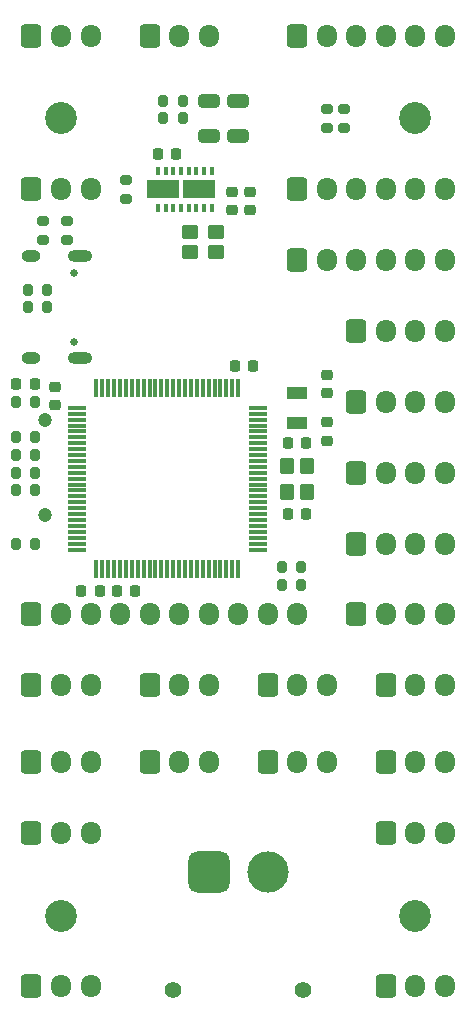
<source format=gbs>
%TF.GenerationSoftware,KiCad,Pcbnew,9.0.6*%
%TF.CreationDate,2026-01-30T19:54:56-05:00*%
%TF.ProjectId,flight controller,666c6967-6874-4206-936f-6e74726f6c6c,rev?*%
%TF.SameCoordinates,Original*%
%TF.FileFunction,Soldermask,Bot*%
%TF.FilePolarity,Negative*%
%FSLAX46Y46*%
G04 Gerber Fmt 4.6, Leading zero omitted, Abs format (unit mm)*
G04 Created by KiCad (PCBNEW 9.0.6) date 2026-01-30 19:54:56*
%MOMM*%
%LPD*%
G01*
G04 APERTURE LIST*
G04 Aperture macros list*
%AMRoundRect*
0 Rectangle with rounded corners*
0 $1 Rounding radius*
0 $2 $3 $4 $5 $6 $7 $8 $9 X,Y pos of 4 corners*
0 Add a 4 corners polygon primitive as box body*
4,1,4,$2,$3,$4,$5,$6,$7,$8,$9,$2,$3,0*
0 Add four circle primitives for the rounded corners*
1,1,$1+$1,$2,$3*
1,1,$1+$1,$4,$5*
1,1,$1+$1,$6,$7*
1,1,$1+$1,$8,$9*
0 Add four rect primitives between the rounded corners*
20,1,$1+$1,$2,$3,$4,$5,0*
20,1,$1+$1,$4,$5,$6,$7,0*
20,1,$1+$1,$6,$7,$8,$9,0*
20,1,$1+$1,$8,$9,$2,$3,0*%
G04 Aperture macros list end*
%ADD10C,2.700000*%
%ADD11RoundRect,0.250000X-0.600000X-0.725000X0.600000X-0.725000X0.600000X0.725000X-0.600000X0.725000X0*%
%ADD12O,1.700000X1.950000*%
%ADD13C,1.400000*%
%ADD14RoundRect,0.770000X0.980000X0.980000X-0.980000X0.980000X-0.980000X-0.980000X0.980000X-0.980000X0*%
%ADD15C,3.500000*%
%ADD16C,0.650000*%
%ADD17O,2.100000X1.000000*%
%ADD18O,1.600000X1.000000*%
%ADD19C,1.200000*%
%ADD20RoundRect,0.250000X0.650000X-0.325000X0.650000X0.325000X-0.650000X0.325000X-0.650000X-0.325000X0*%
%ADD21RoundRect,0.200000X0.200000X0.275000X-0.200000X0.275000X-0.200000X-0.275000X0.200000X-0.275000X0*%
%ADD22RoundRect,0.200000X-0.275000X0.200000X-0.275000X-0.200000X0.275000X-0.200000X0.275000X0.200000X0*%
%ADD23R,1.800000X1.000000*%
%ADD24RoundRect,0.225000X-0.225000X-0.250000X0.225000X-0.250000X0.225000X0.250000X-0.225000X0.250000X0*%
%ADD25RoundRect,0.225000X0.250000X-0.225000X0.250000X0.225000X-0.250000X0.225000X-0.250000X-0.225000X0*%
%ADD26RoundRect,0.225000X0.225000X0.250000X-0.225000X0.250000X-0.225000X-0.250000X0.225000X-0.250000X0*%
%ADD27RoundRect,0.200000X0.275000X-0.200000X0.275000X0.200000X-0.275000X0.200000X-0.275000X-0.200000X0*%
%ADD28R,0.360000X0.800000*%
%ADD29R,2.800000X1.500000*%
%ADD30RoundRect,0.225000X-0.250000X0.225000X-0.250000X-0.225000X0.250000X-0.225000X0.250000X0.225000X0*%
%ADD31RoundRect,0.250000X-0.450000X-0.350000X0.450000X-0.350000X0.450000X0.350000X-0.450000X0.350000X0*%
%ADD32RoundRect,0.250000X0.350000X-0.450000X0.350000X0.450000X-0.350000X0.450000X-0.350000X-0.450000X0*%
%ADD33RoundRect,0.075000X0.725000X0.075000X-0.725000X0.075000X-0.725000X-0.075000X0.725000X-0.075000X0*%
%ADD34RoundRect,0.075000X0.075000X0.725000X-0.075000X0.725000X-0.075000X-0.725000X0.075000X-0.725000X0*%
G04 APERTURE END LIST*
D10*
%TO.C,REF\u002A\u002A*%
X142500000Y-60000000D03*
%TD*%
D11*
%TO.C,J4*%
X160000000Y-108000000D03*
D12*
X162500000Y-108000000D03*
X165000000Y-108000000D03*
%TD*%
D10*
%TO.C,REF\u002A\u002A*%
X142500000Y-127500000D03*
%TD*%
D11*
%TO.C,J10*%
X170000000Y-114500000D03*
D12*
X172500000Y-114500000D03*
X175000000Y-114500000D03*
%TD*%
D11*
%TO.C,J22*%
X167500000Y-96000000D03*
D12*
X170000000Y-96000000D03*
X172500000Y-96000000D03*
X175000000Y-96000000D03*
%TD*%
D11*
%TO.C,J26*%
X167500000Y-90000000D03*
D12*
X170000000Y-90000000D03*
X172500000Y-90000000D03*
X175000000Y-90000000D03*
%TD*%
D13*
%TO.C,J1*%
X163000000Y-133825000D03*
X152000000Y-133825000D03*
D14*
X155000000Y-123825000D03*
D15*
X160000000Y-123825000D03*
%TD*%
D11*
%TO.C,J16*%
X140000000Y-53000000D03*
D12*
X142500000Y-53000000D03*
X145000000Y-53000000D03*
%TD*%
D11*
%TO.C,J11*%
X140000000Y-120500000D03*
D12*
X142500000Y-120500000D03*
X145000000Y-120500000D03*
%TD*%
D11*
%TO.C,J13*%
X140000000Y-133475000D03*
D12*
X142500000Y-133475000D03*
X145000000Y-133475000D03*
%TD*%
D11*
%TO.C,J21*%
X162500000Y-65975000D03*
D12*
X165000000Y-65975000D03*
X167500000Y-65975000D03*
X170000000Y-65975000D03*
X172500000Y-65975000D03*
X175000000Y-65975000D03*
%TD*%
D11*
%TO.C,J18*%
X140000000Y-66000000D03*
D12*
X142500000Y-66000000D03*
X145000000Y-66000000D03*
%TD*%
D11*
%TO.C,J12*%
X170000000Y-120500000D03*
D12*
X172500000Y-120500000D03*
X175000000Y-120500000D03*
%TD*%
D11*
%TO.C,J25*%
X162500000Y-53000000D03*
D12*
X165000000Y-53000000D03*
X167500000Y-53000000D03*
X170000000Y-53000000D03*
X172500000Y-53000000D03*
X175000000Y-53000000D03*
%TD*%
D16*
%TO.C,J19*%
X143605000Y-73110000D03*
X143605000Y-78890000D03*
D17*
X144105000Y-71680000D03*
D18*
X139925000Y-71680000D03*
D17*
X144105000Y-80320000D03*
D18*
X139925000Y-80320000D03*
%TD*%
D11*
%TO.C,J27*%
X167500000Y-84000000D03*
D12*
X170000000Y-84000000D03*
X172500000Y-84000000D03*
X175000000Y-84000000D03*
%TD*%
D11*
%TO.C,J3*%
X150000000Y-108000000D03*
D12*
X152500000Y-108000000D03*
X155000000Y-108000000D03*
%TD*%
D11*
%TO.C,J14*%
X170000000Y-133475000D03*
D12*
X172500000Y-133475000D03*
X175000000Y-133475000D03*
%TD*%
D11*
%TO.C,J6*%
X140000000Y-114500000D03*
D12*
X142500000Y-114500000D03*
X145000000Y-114500000D03*
%TD*%
D19*
%TO.C,J8*%
X141162500Y-85550000D03*
X141162500Y-93550000D03*
%TD*%
D11*
%TO.C,J2*%
X140000000Y-108000000D03*
D12*
X142500000Y-108000000D03*
X145000000Y-108000000D03*
%TD*%
D11*
%TO.C,J20*%
X162500000Y-72000000D03*
D12*
X165000000Y-72000000D03*
X167500000Y-72000000D03*
X170000000Y-72000000D03*
X172500000Y-72000000D03*
X175000000Y-72000000D03*
%TD*%
D11*
%TO.C,J23*%
X167500000Y-78000000D03*
D12*
X170000000Y-78000000D03*
X172500000Y-78000000D03*
X175000000Y-78000000D03*
%TD*%
D11*
%TO.C,J15*%
X167500000Y-102000000D03*
D12*
X170000000Y-102000000D03*
X172500000Y-102000000D03*
X175000000Y-102000000D03*
%TD*%
D10*
%TO.C,REF\u002A\u002A*%
X172500000Y-127500000D03*
%TD*%
D11*
%TO.C,J17*%
X150000000Y-53000000D03*
D12*
X152500000Y-53000000D03*
X155000000Y-53000000D03*
%TD*%
D11*
%TO.C,J24*%
X140000000Y-102000000D03*
D12*
X142500000Y-102000000D03*
X145000000Y-102000000D03*
X147500000Y-102000000D03*
X150000000Y-102000000D03*
X152500000Y-102000000D03*
X155000000Y-102000000D03*
X157500000Y-102000000D03*
X160000000Y-102000000D03*
X162500000Y-102000000D03*
%TD*%
D11*
%TO.C,J9*%
X160000000Y-114500000D03*
D12*
X162500000Y-114500000D03*
X165000000Y-114500000D03*
%TD*%
D11*
%TO.C,J7*%
X150000000Y-114500000D03*
D12*
X152500000Y-114500000D03*
X155000000Y-114500000D03*
%TD*%
D11*
%TO.C,J5*%
X170000000Y-108000000D03*
D12*
X172500000Y-108000000D03*
X175000000Y-108000000D03*
%TD*%
D10*
%TO.C,REF\u002A\u002A*%
X172500000Y-60000000D03*
%TD*%
D20*
%TO.C,C20*%
X155000000Y-61475000D03*
X155000000Y-58525000D03*
%TD*%
D21*
%TO.C,R6*%
X140325000Y-84000000D03*
X138675000Y-84000000D03*
%TD*%
D22*
%TO.C,R21*%
X165000000Y-59175000D03*
X165000000Y-60825000D03*
%TD*%
D21*
%TO.C,R4*%
X140325000Y-87000000D03*
X138675000Y-87000000D03*
%TD*%
D23*
%TO.C,Y3*%
X162500000Y-85750000D03*
X162500000Y-83250000D03*
%TD*%
D22*
%TO.C,R22*%
X166500000Y-59175000D03*
X166500000Y-60825000D03*
%TD*%
D21*
%TO.C,R1*%
X140325000Y-96000000D03*
X138675000Y-96000000D03*
%TD*%
D24*
%TO.C,C6*%
X157225000Y-81000000D03*
X158775000Y-81000000D03*
%TD*%
D25*
%TO.C,C27*%
X165000000Y-87275000D03*
X165000000Y-85725000D03*
%TD*%
D26*
%TO.C,C10*%
X145775000Y-100000000D03*
X144225000Y-100000000D03*
%TD*%
D22*
%TO.C,R17*%
X148000000Y-65175000D03*
X148000000Y-66825000D03*
%TD*%
D27*
%TO.C,R19*%
X141000000Y-70325000D03*
X141000000Y-68675000D03*
%TD*%
D21*
%TO.C,R9*%
X140325000Y-88500000D03*
X138675000Y-88500000D03*
%TD*%
D25*
%TO.C,C24*%
X165000000Y-83275000D03*
X165000000Y-81725000D03*
%TD*%
D28*
%TO.C,U5*%
X155270000Y-67580000D03*
X154620000Y-67580000D03*
X153970000Y-67580000D03*
X153320000Y-67580000D03*
X152670000Y-67580000D03*
X152020000Y-67580000D03*
X151370000Y-67580000D03*
X150720000Y-67580000D03*
X150720000Y-64420000D03*
X151370000Y-64420000D03*
X152020000Y-64420000D03*
X152670000Y-64420000D03*
X153320000Y-64420000D03*
X153970000Y-64420000D03*
X154620000Y-64420000D03*
X155270000Y-64420000D03*
D29*
X154170000Y-66000000D03*
X151170000Y-66000000D03*
%TD*%
D27*
%TO.C,R18*%
X143000000Y-70325000D03*
X143000000Y-68675000D03*
%TD*%
D26*
%TO.C,C26*%
X140275000Y-82500000D03*
X138725000Y-82500000D03*
%TD*%
D24*
%TO.C,C28*%
X147225000Y-100000000D03*
X148775000Y-100000000D03*
%TD*%
D21*
%TO.C,R12*%
X140325000Y-91500000D03*
X138675000Y-91500000D03*
%TD*%
%TO.C,R15*%
X141325000Y-74500000D03*
X139675000Y-74500000D03*
%TD*%
%TO.C,R13*%
X141325000Y-76000000D03*
X139675000Y-76000000D03*
%TD*%
%TO.C,R3*%
X162825000Y-99500000D03*
X161175000Y-99500000D03*
%TD*%
%TO.C,R14*%
X152825000Y-58500000D03*
X151175000Y-58500000D03*
%TD*%
D25*
%TO.C,C11*%
X142000000Y-84275000D03*
X142000000Y-82725000D03*
%TD*%
D30*
%TO.C,C18*%
X157000000Y-66225000D03*
X157000000Y-67775000D03*
%TD*%
D26*
%TO.C,C22*%
X163275000Y-87500000D03*
X161725000Y-87500000D03*
%TD*%
D31*
%TO.C,Y1*%
X153400000Y-69650000D03*
X155600000Y-69650000D03*
X155600000Y-71350000D03*
X153400000Y-71350000D03*
%TD*%
D21*
%TO.C,R16*%
X152825000Y-60000000D03*
X151175000Y-60000000D03*
%TD*%
D20*
%TO.C,C19*%
X157500000Y-61475000D03*
X157500000Y-58525000D03*
%TD*%
D26*
%TO.C,C23*%
X163275000Y-93500000D03*
X161725000Y-93500000D03*
%TD*%
D21*
%TO.C,R11*%
X140325000Y-90000000D03*
X138675000Y-90000000D03*
%TD*%
D30*
%TO.C,C17*%
X158500000Y-66225000D03*
X158500000Y-67775000D03*
%TD*%
D21*
%TO.C,R5*%
X162825000Y-98000000D03*
X161175000Y-98000000D03*
%TD*%
D32*
%TO.C,Y2*%
X161650000Y-91600000D03*
X161650000Y-89400000D03*
X163350000Y-89400000D03*
X163350000Y-91600000D03*
%TD*%
D33*
%TO.C,U4*%
X159175000Y-84500000D03*
X159175000Y-85000000D03*
X159175000Y-85500000D03*
X159175000Y-86000000D03*
X159175000Y-86500000D03*
X159175000Y-87000000D03*
X159175000Y-87500000D03*
X159175000Y-88000000D03*
X159175000Y-88500000D03*
X159175000Y-89000000D03*
X159175000Y-89500000D03*
X159175000Y-90000000D03*
X159175000Y-90500000D03*
X159175000Y-91000000D03*
X159175000Y-91500000D03*
X159175000Y-92000000D03*
X159175000Y-92500000D03*
X159175000Y-93000000D03*
X159175000Y-93500000D03*
X159175000Y-94000000D03*
X159175000Y-94500000D03*
X159175000Y-95000000D03*
X159175000Y-95500000D03*
X159175000Y-96000000D03*
X159175000Y-96500000D03*
D34*
X157500000Y-98175000D03*
X157000000Y-98175000D03*
X156500000Y-98175000D03*
X156000000Y-98175000D03*
X155500000Y-98175000D03*
X155000000Y-98175000D03*
X154500000Y-98175000D03*
X154000000Y-98175000D03*
X153500000Y-98175000D03*
X153000000Y-98175000D03*
X152500000Y-98175000D03*
X152000000Y-98175000D03*
X151500000Y-98175000D03*
X151000000Y-98175000D03*
X150500000Y-98175000D03*
X150000000Y-98175000D03*
X149500000Y-98175000D03*
X149000000Y-98175000D03*
X148500000Y-98175000D03*
X148000000Y-98175000D03*
X147500000Y-98175000D03*
X147000000Y-98175000D03*
X146500000Y-98175000D03*
X146000000Y-98175000D03*
X145500000Y-98175000D03*
D33*
X143825000Y-96500000D03*
X143825000Y-96000000D03*
X143825000Y-95500000D03*
X143825000Y-95000000D03*
X143825000Y-94500000D03*
X143825000Y-94000000D03*
X143825000Y-93500000D03*
X143825000Y-93000000D03*
X143825000Y-92500000D03*
X143825000Y-92000000D03*
X143825000Y-91500000D03*
X143825000Y-91000000D03*
X143825000Y-90500000D03*
X143825000Y-90000000D03*
X143825000Y-89500000D03*
X143825000Y-89000000D03*
X143825000Y-88500000D03*
X143825000Y-88000000D03*
X143825000Y-87500000D03*
X143825000Y-87000000D03*
X143825000Y-86500000D03*
X143825000Y-86000000D03*
X143825000Y-85500000D03*
X143825000Y-85000000D03*
X143825000Y-84500000D03*
D34*
X145500000Y-82825000D03*
X146000000Y-82825000D03*
X146500000Y-82825000D03*
X147000000Y-82825000D03*
X147500000Y-82825000D03*
X148000000Y-82825000D03*
X148500000Y-82825000D03*
X149000000Y-82825000D03*
X149500000Y-82825000D03*
X150000000Y-82825000D03*
X150500000Y-82825000D03*
X151000000Y-82825000D03*
X151500000Y-82825000D03*
X152000000Y-82825000D03*
X152500000Y-82825000D03*
X153000000Y-82825000D03*
X153500000Y-82825000D03*
X154000000Y-82825000D03*
X154500000Y-82825000D03*
X155000000Y-82825000D03*
X155500000Y-82825000D03*
X156000000Y-82825000D03*
X156500000Y-82825000D03*
X157000000Y-82825000D03*
X157500000Y-82825000D03*
%TD*%
D26*
%TO.C,C21*%
X152275000Y-63000000D03*
X150725000Y-63000000D03*
%TD*%
M02*

</source>
